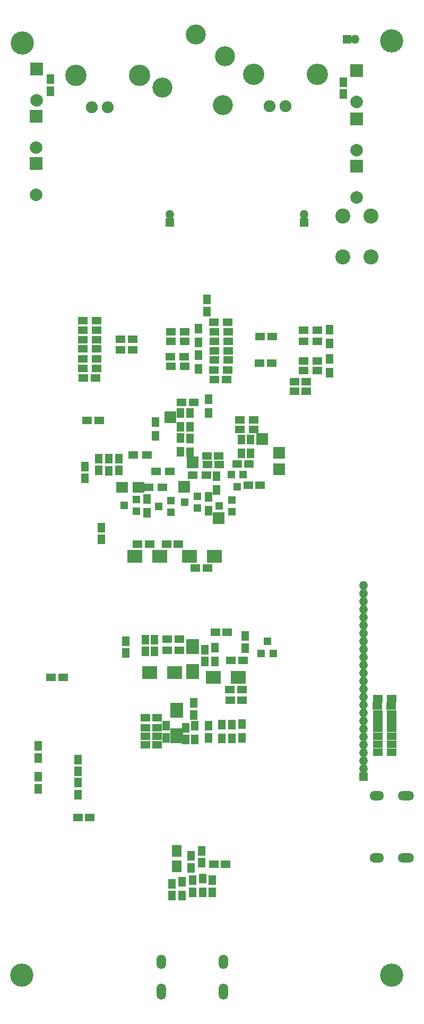
<source format=gbr>
G04 #@! TF.FileFunction,Soldermask,Bot*
%FSLAX46Y46*%
G04 Gerber Fmt 4.6, Leading zero omitted, Abs format (unit mm)*
G04 Created by KiCad (PCBNEW 4.0.6) date Tue Sep  5 00:59:50 2017*
%MOMM*%
%LPD*%
G01*
G04 APERTURE LIST*
%ADD10C,0.100000*%
%ADD11R,1.400000X1.400000*%
%ADD12O,1.400000X1.400000*%
%ADD13R,1.600000X1.150000*%
%ADD14R,1.600000X1.300000*%
%ADD15R,1.300000X1.600000*%
%ADD16R,1.650000X1.900000*%
%ADD17R,1.150000X1.600000*%
%ADD18R,2.400000X2.000000*%
%ADD19R,2.000000X2.400000*%
%ADD20R,1.200000X1.300000*%
%ADD21R,1.300000X1.200000*%
%ADD22C,2.400000*%
%ADD23R,2.000000X2.000000*%
%ADD24C,2.000000*%
%ADD25R,1.924000X1.924000*%
%ADD26C,3.700000*%
%ADD27O,1.500000X2.300000*%
%ADD28O,1.500000X2.600000*%
%ADD29O,2.300000X1.500000*%
%ADD30O,2.600000X1.500000*%
%ADD31R,1.900000X1.700000*%
%ADD32C,3.400000*%
%ADD33C,1.900000*%
%ADD34C,3.200000*%
G04 APERTURE END LIST*
D10*
D11*
X145964500Y-155165000D03*
D12*
X145964500Y-153895000D03*
X145964500Y-152625000D03*
X145964500Y-151355000D03*
X145964500Y-150085000D03*
X145964500Y-148815000D03*
X145964500Y-147545000D03*
X145964500Y-146275000D03*
X145964500Y-145005000D03*
X145964500Y-143735000D03*
X145964500Y-142465000D03*
X145964500Y-141195000D03*
X145964500Y-139925000D03*
X145964500Y-138655000D03*
X145964500Y-137385000D03*
X145964500Y-136115000D03*
X145964500Y-134845000D03*
X145964500Y-133575000D03*
X145964500Y-132305000D03*
X145964500Y-131035000D03*
X145964500Y-129765000D03*
X145964500Y-128495000D03*
X145964500Y-127225000D03*
X145964500Y-125955000D03*
X145964500Y-124685000D03*
D13*
X126540000Y-141270000D03*
X124640000Y-141270000D03*
D14*
X148216950Y-147481850D03*
X150416950Y-147481850D03*
X148216950Y-146338850D03*
X150416950Y-146338850D03*
X148207950Y-145195850D03*
X150407950Y-145195850D03*
X148216950Y-148751850D03*
X150416950Y-148751850D03*
D13*
X123950000Y-169100000D03*
X122050000Y-169100000D03*
D14*
X148164950Y-143925850D03*
X150364950Y-143925850D03*
D15*
X117000000Y-174100000D03*
X117000000Y-171900000D03*
D16*
X116100000Y-167000000D03*
X116100000Y-169500000D03*
D17*
X115400000Y-174150000D03*
X115400000Y-172250000D03*
X120100000Y-167000000D03*
X120100000Y-168900000D03*
X118700000Y-173600000D03*
X118700000Y-171700000D03*
X118379000Y-167800000D03*
X118379000Y-169700000D03*
X121800000Y-171700000D03*
X121800000Y-173600000D03*
D18*
X125935000Y-139359000D03*
X121935000Y-139359000D03*
D17*
X118865000Y-145301000D03*
X118865000Y-143401000D03*
D18*
X115807000Y-138597000D03*
X111807000Y-138597000D03*
D13*
X116535000Y-135041000D03*
X114635000Y-135041000D03*
D17*
X127015000Y-132755000D03*
X127015000Y-134655000D03*
X112550000Y-135200000D03*
X112550000Y-133300000D03*
D13*
X111115000Y-145791000D03*
X113015000Y-145791000D03*
D17*
X108000000Y-135450000D03*
X108000000Y-133550000D03*
D13*
X111125000Y-150061000D03*
X113025000Y-150061000D03*
X111135000Y-148711000D03*
X113035000Y-148711000D03*
D17*
X117595000Y-147341000D03*
X117595000Y-149241000D03*
D19*
X116095000Y-144601000D03*
X116095000Y-148601000D03*
D17*
X120620000Y-134900000D03*
X120620000Y-136800000D03*
D19*
X118700000Y-134400000D03*
X118700000Y-138400000D03*
D13*
X116535000Y-133263000D03*
X114635000Y-133263000D03*
X122280000Y-132160000D03*
X124180000Y-132160000D03*
X126705000Y-136641000D03*
X124805000Y-136641000D03*
X126560000Y-142950000D03*
X124660000Y-142950000D03*
X111135000Y-147341000D03*
X113035000Y-147341000D03*
D17*
X111120000Y-135200000D03*
X111120000Y-133300000D03*
X93995000Y-155173000D03*
X93995000Y-157073000D03*
X100345000Y-156123000D03*
X100345000Y-158023000D03*
X100345000Y-152445000D03*
X100345000Y-154345000D03*
D13*
X102245000Y-161711000D03*
X100345000Y-161711000D03*
X97993000Y-139359000D03*
X96093000Y-139359000D03*
D17*
X93995000Y-150281000D03*
X93995000Y-152181000D03*
X114475000Y-148931000D03*
X114475000Y-147031000D03*
X121173000Y-147045000D03*
X121173000Y-148945000D03*
D20*
X131521000Y-135549000D03*
X129621000Y-135549000D03*
X130571000Y-133549000D03*
D15*
X120300000Y-173600000D03*
X120300000Y-171400000D03*
X124955000Y-146821000D03*
X124955000Y-149021000D03*
X123345000Y-146861000D03*
X123345000Y-149061000D03*
X126555000Y-146801000D03*
X126555000Y-149001000D03*
X118985000Y-147041000D03*
X118985000Y-149241000D03*
X122189000Y-136819000D03*
X122189000Y-134619000D03*
D14*
X148207950Y-151291850D03*
X150407950Y-151291850D03*
X148216950Y-150021850D03*
X150416950Y-150021850D03*
X148207950Y-142685850D03*
X150407950Y-142685850D03*
D13*
X122165000Y-91780000D03*
X124065000Y-91780000D03*
X101850000Y-98300000D03*
X103750000Y-98300000D03*
D17*
X103725000Y-106340000D03*
X103725000Y-104440000D03*
D13*
X121025000Y-105375000D03*
X122925000Y-105375000D03*
D17*
X101525000Y-107600849D03*
X101525000Y-105700849D03*
D13*
X131350000Y-85000000D03*
X129450000Y-85000000D03*
X129350000Y-89200000D03*
X131250000Y-89200000D03*
X109064911Y-85422101D03*
X107164911Y-85422101D03*
D17*
X104137000Y-117310000D03*
X104137000Y-115410000D03*
D13*
X101265000Y-91560000D03*
X103165000Y-91560000D03*
X109064911Y-87073101D03*
X107164911Y-87073101D03*
X122850000Y-103975000D03*
X120950000Y-103975000D03*
D17*
X105285000Y-104460000D03*
X105285000Y-106360000D03*
D13*
X116925000Y-95425000D03*
X118825000Y-95425000D03*
D17*
X121000000Y-79050000D03*
X121000000Y-80950000D03*
D13*
X136800000Y-92200000D03*
X134900000Y-92200000D03*
X136800000Y-93700000D03*
X134900000Y-93700000D03*
D17*
X106875000Y-106325000D03*
X106875000Y-104425000D03*
X95973500Y-43932000D03*
X95973500Y-45832000D03*
X142706177Y-44387457D03*
X142706177Y-46287457D03*
D13*
X109875000Y-118025000D03*
X111775000Y-118025000D03*
X116425000Y-118100000D03*
X114525000Y-118100000D03*
D18*
X113425000Y-120000000D03*
X109425000Y-120000000D03*
D13*
X119109000Y-121891000D03*
X121009000Y-121891000D03*
D18*
X122175000Y-120000000D03*
X118175000Y-120000000D03*
D13*
X127525000Y-108700000D03*
X129425000Y-108700000D03*
X127675000Y-105300000D03*
X125775000Y-105300000D03*
D21*
X119425000Y-110450000D03*
X119425000Y-112350000D03*
X117425000Y-111400000D03*
X109725000Y-110950000D03*
X109725000Y-112850000D03*
X107725000Y-111900000D03*
D20*
X124825000Y-106950000D03*
X126725000Y-106950000D03*
X125775000Y-108950000D03*
D21*
X124925000Y-111000000D03*
X124925000Y-112900000D03*
X122925000Y-111950000D03*
X115225000Y-111100000D03*
X115225000Y-113000000D03*
X113225000Y-112050000D03*
D14*
X122147877Y-85746761D03*
X124347877Y-85746761D03*
X101128582Y-85472156D03*
X103328582Y-85472156D03*
X120875000Y-107100000D03*
X118675000Y-107100000D03*
D15*
X122516500Y-109400000D03*
X122516500Y-107200000D03*
D14*
X115000000Y-106450000D03*
X112800000Y-106450000D03*
D15*
X116725000Y-97125000D03*
X116725000Y-99325000D03*
X116725000Y-101175000D03*
X116725000Y-103375000D03*
X127925000Y-103600000D03*
X127925000Y-101400000D03*
D14*
X126225000Y-99775000D03*
X128425000Y-99775000D03*
D15*
X126450000Y-101400000D03*
X126450000Y-103600000D03*
D14*
X126225000Y-98275000D03*
X128425000Y-98275000D03*
D15*
X121250000Y-94950000D03*
X121250000Y-97150000D03*
X112775000Y-98600000D03*
X112775000Y-100800000D03*
D14*
X109175000Y-103850000D03*
X111375000Y-103850000D03*
X124322877Y-87221761D03*
X122122877Y-87221761D03*
X103318582Y-86942156D03*
X101118582Y-86942156D03*
X124347877Y-88721761D03*
X122147877Y-88721761D03*
X103318582Y-88512156D03*
X101118582Y-88512156D03*
X124297877Y-90271761D03*
X122097877Y-90271761D03*
X103348582Y-90082156D03*
X101148582Y-90082156D03*
X124347877Y-84196761D03*
X122147877Y-84196761D03*
X124297877Y-82671761D03*
X122097877Y-82671761D03*
X103308582Y-83982156D03*
X101108582Y-83982156D03*
X103308582Y-82432156D03*
X101108582Y-82432156D03*
X136372877Y-90371761D03*
X138572877Y-90371761D03*
D15*
X140532877Y-90711761D03*
X140532877Y-88511761D03*
D14*
X115178582Y-89722156D03*
X117378582Y-89722156D03*
D15*
X119638582Y-90092156D03*
X119638582Y-87892156D03*
X140532877Y-83871761D03*
X140532877Y-86071761D03*
D14*
X115188582Y-84232156D03*
X117388582Y-84232156D03*
D15*
X119628582Y-83692156D03*
X119628582Y-85892156D03*
D14*
X136362877Y-88871761D03*
X138562877Y-88871761D03*
X115148582Y-88172156D03*
X117348582Y-88172156D03*
X136332877Y-85761761D03*
X138532877Y-85761761D03*
X115168582Y-85762156D03*
X117368582Y-85762156D03*
D15*
X118275000Y-97175000D03*
X118275000Y-99375000D03*
X118225000Y-103425000D03*
X118225000Y-101225000D03*
X121175000Y-112750000D03*
X121175000Y-110550000D03*
D14*
X136382877Y-83911761D03*
X138582877Y-83911761D03*
D15*
X111425000Y-110900000D03*
X111425000Y-113100000D03*
D22*
X147162500Y-72234000D03*
X142662500Y-72234000D03*
X147162500Y-65734000D03*
X142662500Y-65734000D03*
D23*
X93687500Y-49835000D03*
D24*
X93687500Y-54835000D03*
D23*
X93687500Y-57391500D03*
D24*
X93687500Y-62391500D03*
D23*
X144821500Y-50263000D03*
D24*
X144821500Y-55263000D03*
D23*
X144821500Y-57819500D03*
D24*
X144821500Y-62819500D03*
D23*
X144865177Y-42545957D03*
D24*
X144865177Y-47545957D03*
D23*
X93751000Y-42295000D03*
D24*
X93751000Y-47295000D03*
D14*
X111675000Y-109000000D03*
X113875000Y-109000000D03*
D11*
X143281000Y-37516000D03*
D12*
X144551000Y-37516000D03*
D11*
X115040000Y-66773000D03*
D12*
X115040000Y-65503000D03*
D11*
X136439500Y-66773000D03*
D12*
X136439500Y-65503000D03*
D25*
X122800000Y-113950000D03*
X117325000Y-108900000D03*
X118695000Y-105045000D03*
X115125000Y-97855000D03*
X129775000Y-101285000D03*
X132439000Y-106143000D03*
X132435000Y-103475000D03*
D26*
X91401000Y-186805000D03*
X150401000Y-186805000D03*
X91507500Y-38106500D03*
X150401000Y-37805000D03*
D27*
X113695000Y-184741000D03*
X123595000Y-184741000D03*
D28*
X113695000Y-189416000D03*
X123595000Y-189416000D03*
D29*
X148011500Y-168069000D03*
X148011500Y-158169000D03*
D30*
X152686500Y-168069000D03*
X152686500Y-158169000D03*
D31*
X107375000Y-109000000D03*
X110075000Y-109000000D03*
D32*
X100037500Y-43294500D03*
X110197500Y-43294500D03*
D33*
X102577500Y-48374500D03*
X105117500Y-48374500D03*
D34*
X119217000Y-36763000D03*
X123817000Y-40263000D03*
X113817000Y-45263000D03*
X123517000Y-48063000D03*
D32*
X128422000Y-43167500D03*
X138582000Y-43167500D03*
D33*
X130962000Y-48247500D03*
X133502000Y-48247500D03*
M02*

</source>
